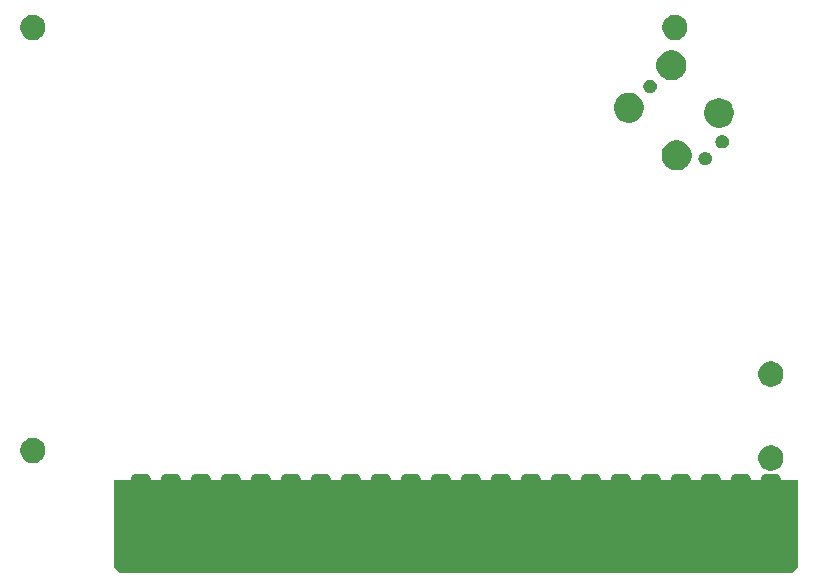
<source format=gbs>
G04 #@! TF.GenerationSoftware,KiCad,Pcbnew,(5.1.5-0-10_14)*
G04 #@! TF.CreationDate,2020-07-05T22:44:07-04:00*
G04 #@! TF.ProjectId,RAM2GS,52414d32-4753-42e6-9b69-6361645f7063,rev?*
G04 #@! TF.SameCoordinates,Original*
G04 #@! TF.FileFunction,Soldermask,Bot*
G04 #@! TF.FilePolarity,Negative*
%FSLAX46Y46*%
G04 Gerber Fmt 4.6, Leading zero omitted, Abs format (unit mm)*
G04 Created by KiCad (PCBNEW (5.1.5-0-10_14)) date 2020-07-05 22:44:07*
%MOMM*%
%LPD*%
G04 APERTURE LIST*
%ADD10C,0.100000*%
G04 APERTURE END LIST*
D10*
G36*
X113284000Y-139446000D02*
G01*
X112776000Y-139954000D01*
X55880000Y-139954000D01*
X55372000Y-139446000D01*
X55372000Y-132080000D01*
X113284000Y-132080000D01*
X113284000Y-139446000D01*
G37*
G36*
X111518220Y-131544798D02*
G01*
X111591993Y-131567176D01*
X111659982Y-131603518D01*
X111719575Y-131652425D01*
X111768482Y-131712018D01*
X111804824Y-131780007D01*
X111827202Y-131853780D01*
X111835000Y-131932954D01*
X111835000Y-138631046D01*
X111827202Y-138710220D01*
X111804824Y-138783993D01*
X111768482Y-138851982D01*
X111719575Y-138911575D01*
X111659982Y-138960482D01*
X111591993Y-138996824D01*
X111518220Y-139019202D01*
X111439046Y-139027000D01*
X110556954Y-139027000D01*
X110477780Y-139019202D01*
X110404007Y-138996824D01*
X110336018Y-138960482D01*
X110276425Y-138911575D01*
X110227518Y-138851982D01*
X110191176Y-138783993D01*
X110168798Y-138710220D01*
X110161000Y-138631046D01*
X110161000Y-131932954D01*
X110168798Y-131853780D01*
X110191176Y-131780007D01*
X110227518Y-131712018D01*
X110276425Y-131652425D01*
X110336018Y-131603518D01*
X110404007Y-131567176D01*
X110477780Y-131544798D01*
X110556954Y-131537000D01*
X111439046Y-131537000D01*
X111518220Y-131544798D01*
G37*
G36*
X108978220Y-131544798D02*
G01*
X109051993Y-131567176D01*
X109119982Y-131603518D01*
X109179575Y-131652425D01*
X109228482Y-131712018D01*
X109264824Y-131780007D01*
X109287202Y-131853780D01*
X109295000Y-131932954D01*
X109295000Y-138631046D01*
X109287202Y-138710220D01*
X109264824Y-138783993D01*
X109228482Y-138851982D01*
X109179575Y-138911575D01*
X109119982Y-138960482D01*
X109051993Y-138996824D01*
X108978220Y-139019202D01*
X108899046Y-139027000D01*
X108016954Y-139027000D01*
X107937780Y-139019202D01*
X107864007Y-138996824D01*
X107796018Y-138960482D01*
X107736425Y-138911575D01*
X107687518Y-138851982D01*
X107651176Y-138783993D01*
X107628798Y-138710220D01*
X107621000Y-138631046D01*
X107621000Y-131932954D01*
X107628798Y-131853780D01*
X107651176Y-131780007D01*
X107687518Y-131712018D01*
X107736425Y-131652425D01*
X107796018Y-131603518D01*
X107864007Y-131567176D01*
X107937780Y-131544798D01*
X108016954Y-131537000D01*
X108899046Y-131537000D01*
X108978220Y-131544798D01*
G37*
G36*
X106438220Y-131544798D02*
G01*
X106511993Y-131567176D01*
X106579982Y-131603518D01*
X106639575Y-131652425D01*
X106688482Y-131712018D01*
X106724824Y-131780007D01*
X106747202Y-131853780D01*
X106755000Y-131932954D01*
X106755000Y-138631046D01*
X106747202Y-138710220D01*
X106724824Y-138783993D01*
X106688482Y-138851982D01*
X106639575Y-138911575D01*
X106579982Y-138960482D01*
X106511993Y-138996824D01*
X106438220Y-139019202D01*
X106359046Y-139027000D01*
X105476954Y-139027000D01*
X105397780Y-139019202D01*
X105324007Y-138996824D01*
X105256018Y-138960482D01*
X105196425Y-138911575D01*
X105147518Y-138851982D01*
X105111176Y-138783993D01*
X105088798Y-138710220D01*
X105081000Y-138631046D01*
X105081000Y-131932954D01*
X105088798Y-131853780D01*
X105111176Y-131780007D01*
X105147518Y-131712018D01*
X105196425Y-131652425D01*
X105256018Y-131603518D01*
X105324007Y-131567176D01*
X105397780Y-131544798D01*
X105476954Y-131537000D01*
X106359046Y-131537000D01*
X106438220Y-131544798D01*
G37*
G36*
X103898220Y-131544798D02*
G01*
X103971993Y-131567176D01*
X104039982Y-131603518D01*
X104099575Y-131652425D01*
X104148482Y-131712018D01*
X104184824Y-131780007D01*
X104207202Y-131853780D01*
X104215000Y-131932954D01*
X104215000Y-138631046D01*
X104207202Y-138710220D01*
X104184824Y-138783993D01*
X104148482Y-138851982D01*
X104099575Y-138911575D01*
X104039982Y-138960482D01*
X103971993Y-138996824D01*
X103898220Y-139019202D01*
X103819046Y-139027000D01*
X102936954Y-139027000D01*
X102857780Y-139019202D01*
X102784007Y-138996824D01*
X102716018Y-138960482D01*
X102656425Y-138911575D01*
X102607518Y-138851982D01*
X102571176Y-138783993D01*
X102548798Y-138710220D01*
X102541000Y-138631046D01*
X102541000Y-131932954D01*
X102548798Y-131853780D01*
X102571176Y-131780007D01*
X102607518Y-131712018D01*
X102656425Y-131652425D01*
X102716018Y-131603518D01*
X102784007Y-131567176D01*
X102857780Y-131544798D01*
X102936954Y-131537000D01*
X103819046Y-131537000D01*
X103898220Y-131544798D01*
G37*
G36*
X101358220Y-131544798D02*
G01*
X101431993Y-131567176D01*
X101499982Y-131603518D01*
X101559575Y-131652425D01*
X101608482Y-131712018D01*
X101644824Y-131780007D01*
X101667202Y-131853780D01*
X101675000Y-131932954D01*
X101675000Y-138631046D01*
X101667202Y-138710220D01*
X101644824Y-138783993D01*
X101608482Y-138851982D01*
X101559575Y-138911575D01*
X101499982Y-138960482D01*
X101431993Y-138996824D01*
X101358220Y-139019202D01*
X101279046Y-139027000D01*
X100396954Y-139027000D01*
X100317780Y-139019202D01*
X100244007Y-138996824D01*
X100176018Y-138960482D01*
X100116425Y-138911575D01*
X100067518Y-138851982D01*
X100031176Y-138783993D01*
X100008798Y-138710220D01*
X100001000Y-138631046D01*
X100001000Y-131932954D01*
X100008798Y-131853780D01*
X100031176Y-131780007D01*
X100067518Y-131712018D01*
X100116425Y-131652425D01*
X100176018Y-131603518D01*
X100244007Y-131567176D01*
X100317780Y-131544798D01*
X100396954Y-131537000D01*
X101279046Y-131537000D01*
X101358220Y-131544798D01*
G37*
G36*
X98818220Y-131544798D02*
G01*
X98891993Y-131567176D01*
X98959982Y-131603518D01*
X99019575Y-131652425D01*
X99068482Y-131712018D01*
X99104824Y-131780007D01*
X99127202Y-131853780D01*
X99135000Y-131932954D01*
X99135000Y-138631046D01*
X99127202Y-138710220D01*
X99104824Y-138783993D01*
X99068482Y-138851982D01*
X99019575Y-138911575D01*
X98959982Y-138960482D01*
X98891993Y-138996824D01*
X98818220Y-139019202D01*
X98739046Y-139027000D01*
X97856954Y-139027000D01*
X97777780Y-139019202D01*
X97704007Y-138996824D01*
X97636018Y-138960482D01*
X97576425Y-138911575D01*
X97527518Y-138851982D01*
X97491176Y-138783993D01*
X97468798Y-138710220D01*
X97461000Y-138631046D01*
X97461000Y-131932954D01*
X97468798Y-131853780D01*
X97491176Y-131780007D01*
X97527518Y-131712018D01*
X97576425Y-131652425D01*
X97636018Y-131603518D01*
X97704007Y-131567176D01*
X97777780Y-131544798D01*
X97856954Y-131537000D01*
X98739046Y-131537000D01*
X98818220Y-131544798D01*
G37*
G36*
X96278220Y-131544798D02*
G01*
X96351993Y-131567176D01*
X96419982Y-131603518D01*
X96479575Y-131652425D01*
X96528482Y-131712018D01*
X96564824Y-131780007D01*
X96587202Y-131853780D01*
X96595000Y-131932954D01*
X96595000Y-138631046D01*
X96587202Y-138710220D01*
X96564824Y-138783993D01*
X96528482Y-138851982D01*
X96479575Y-138911575D01*
X96419982Y-138960482D01*
X96351993Y-138996824D01*
X96278220Y-139019202D01*
X96199046Y-139027000D01*
X95316954Y-139027000D01*
X95237780Y-139019202D01*
X95164007Y-138996824D01*
X95096018Y-138960482D01*
X95036425Y-138911575D01*
X94987518Y-138851982D01*
X94951176Y-138783993D01*
X94928798Y-138710220D01*
X94921000Y-138631046D01*
X94921000Y-131932954D01*
X94928798Y-131853780D01*
X94951176Y-131780007D01*
X94987518Y-131712018D01*
X95036425Y-131652425D01*
X95096018Y-131603518D01*
X95164007Y-131567176D01*
X95237780Y-131544798D01*
X95316954Y-131537000D01*
X96199046Y-131537000D01*
X96278220Y-131544798D01*
G37*
G36*
X93738220Y-131544798D02*
G01*
X93811993Y-131567176D01*
X93879982Y-131603518D01*
X93939575Y-131652425D01*
X93988482Y-131712018D01*
X94024824Y-131780007D01*
X94047202Y-131853780D01*
X94055000Y-131932954D01*
X94055000Y-138631046D01*
X94047202Y-138710220D01*
X94024824Y-138783993D01*
X93988482Y-138851982D01*
X93939575Y-138911575D01*
X93879982Y-138960482D01*
X93811993Y-138996824D01*
X93738220Y-139019202D01*
X93659046Y-139027000D01*
X92776954Y-139027000D01*
X92697780Y-139019202D01*
X92624007Y-138996824D01*
X92556018Y-138960482D01*
X92496425Y-138911575D01*
X92447518Y-138851982D01*
X92411176Y-138783993D01*
X92388798Y-138710220D01*
X92381000Y-138631046D01*
X92381000Y-131932954D01*
X92388798Y-131853780D01*
X92411176Y-131780007D01*
X92447518Y-131712018D01*
X92496425Y-131652425D01*
X92556018Y-131603518D01*
X92624007Y-131567176D01*
X92697780Y-131544798D01*
X92776954Y-131537000D01*
X93659046Y-131537000D01*
X93738220Y-131544798D01*
G37*
G36*
X91198220Y-131544798D02*
G01*
X91271993Y-131567176D01*
X91339982Y-131603518D01*
X91399575Y-131652425D01*
X91448482Y-131712018D01*
X91484824Y-131780007D01*
X91507202Y-131853780D01*
X91515000Y-131932954D01*
X91515000Y-138631046D01*
X91507202Y-138710220D01*
X91484824Y-138783993D01*
X91448482Y-138851982D01*
X91399575Y-138911575D01*
X91339982Y-138960482D01*
X91271993Y-138996824D01*
X91198220Y-139019202D01*
X91119046Y-139027000D01*
X90236954Y-139027000D01*
X90157780Y-139019202D01*
X90084007Y-138996824D01*
X90016018Y-138960482D01*
X89956425Y-138911575D01*
X89907518Y-138851982D01*
X89871176Y-138783993D01*
X89848798Y-138710220D01*
X89841000Y-138631046D01*
X89841000Y-131932954D01*
X89848798Y-131853780D01*
X89871176Y-131780007D01*
X89907518Y-131712018D01*
X89956425Y-131652425D01*
X90016018Y-131603518D01*
X90084007Y-131567176D01*
X90157780Y-131544798D01*
X90236954Y-131537000D01*
X91119046Y-131537000D01*
X91198220Y-131544798D01*
G37*
G36*
X88658220Y-131544798D02*
G01*
X88731993Y-131567176D01*
X88799982Y-131603518D01*
X88859575Y-131652425D01*
X88908482Y-131712018D01*
X88944824Y-131780007D01*
X88967202Y-131853780D01*
X88975000Y-131932954D01*
X88975000Y-138631046D01*
X88967202Y-138710220D01*
X88944824Y-138783993D01*
X88908482Y-138851982D01*
X88859575Y-138911575D01*
X88799982Y-138960482D01*
X88731993Y-138996824D01*
X88658220Y-139019202D01*
X88579046Y-139027000D01*
X87696954Y-139027000D01*
X87617780Y-139019202D01*
X87544007Y-138996824D01*
X87476018Y-138960482D01*
X87416425Y-138911575D01*
X87367518Y-138851982D01*
X87331176Y-138783993D01*
X87308798Y-138710220D01*
X87301000Y-138631046D01*
X87301000Y-131932954D01*
X87308798Y-131853780D01*
X87331176Y-131780007D01*
X87367518Y-131712018D01*
X87416425Y-131652425D01*
X87476018Y-131603518D01*
X87544007Y-131567176D01*
X87617780Y-131544798D01*
X87696954Y-131537000D01*
X88579046Y-131537000D01*
X88658220Y-131544798D01*
G37*
G36*
X86118220Y-131544798D02*
G01*
X86191993Y-131567176D01*
X86259982Y-131603518D01*
X86319575Y-131652425D01*
X86368482Y-131712018D01*
X86404824Y-131780007D01*
X86427202Y-131853780D01*
X86435000Y-131932954D01*
X86435000Y-138631046D01*
X86427202Y-138710220D01*
X86404824Y-138783993D01*
X86368482Y-138851982D01*
X86319575Y-138911575D01*
X86259982Y-138960482D01*
X86191993Y-138996824D01*
X86118220Y-139019202D01*
X86039046Y-139027000D01*
X85156954Y-139027000D01*
X85077780Y-139019202D01*
X85004007Y-138996824D01*
X84936018Y-138960482D01*
X84876425Y-138911575D01*
X84827518Y-138851982D01*
X84791176Y-138783993D01*
X84768798Y-138710220D01*
X84761000Y-138631046D01*
X84761000Y-131932954D01*
X84768798Y-131853780D01*
X84791176Y-131780007D01*
X84827518Y-131712018D01*
X84876425Y-131652425D01*
X84936018Y-131603518D01*
X85004007Y-131567176D01*
X85077780Y-131544798D01*
X85156954Y-131537000D01*
X86039046Y-131537000D01*
X86118220Y-131544798D01*
G37*
G36*
X83578220Y-131544798D02*
G01*
X83651993Y-131567176D01*
X83719982Y-131603518D01*
X83779575Y-131652425D01*
X83828482Y-131712018D01*
X83864824Y-131780007D01*
X83887202Y-131853780D01*
X83895000Y-131932954D01*
X83895000Y-138631046D01*
X83887202Y-138710220D01*
X83864824Y-138783993D01*
X83828482Y-138851982D01*
X83779575Y-138911575D01*
X83719982Y-138960482D01*
X83651993Y-138996824D01*
X83578220Y-139019202D01*
X83499046Y-139027000D01*
X82616954Y-139027000D01*
X82537780Y-139019202D01*
X82464007Y-138996824D01*
X82396018Y-138960482D01*
X82336425Y-138911575D01*
X82287518Y-138851982D01*
X82251176Y-138783993D01*
X82228798Y-138710220D01*
X82221000Y-138631046D01*
X82221000Y-131932954D01*
X82228798Y-131853780D01*
X82251176Y-131780007D01*
X82287518Y-131712018D01*
X82336425Y-131652425D01*
X82396018Y-131603518D01*
X82464007Y-131567176D01*
X82537780Y-131544798D01*
X82616954Y-131537000D01*
X83499046Y-131537000D01*
X83578220Y-131544798D01*
G37*
G36*
X81038220Y-131544798D02*
G01*
X81111993Y-131567176D01*
X81179982Y-131603518D01*
X81239575Y-131652425D01*
X81288482Y-131712018D01*
X81324824Y-131780007D01*
X81347202Y-131853780D01*
X81355000Y-131932954D01*
X81355000Y-138631046D01*
X81347202Y-138710220D01*
X81324824Y-138783993D01*
X81288482Y-138851982D01*
X81239575Y-138911575D01*
X81179982Y-138960482D01*
X81111993Y-138996824D01*
X81038220Y-139019202D01*
X80959046Y-139027000D01*
X80076954Y-139027000D01*
X79997780Y-139019202D01*
X79924007Y-138996824D01*
X79856018Y-138960482D01*
X79796425Y-138911575D01*
X79747518Y-138851982D01*
X79711176Y-138783993D01*
X79688798Y-138710220D01*
X79681000Y-138631046D01*
X79681000Y-131932954D01*
X79688798Y-131853780D01*
X79711176Y-131780007D01*
X79747518Y-131712018D01*
X79796425Y-131652425D01*
X79856018Y-131603518D01*
X79924007Y-131567176D01*
X79997780Y-131544798D01*
X80076954Y-131537000D01*
X80959046Y-131537000D01*
X81038220Y-131544798D01*
G37*
G36*
X78498220Y-131544798D02*
G01*
X78571993Y-131567176D01*
X78639982Y-131603518D01*
X78699575Y-131652425D01*
X78748482Y-131712018D01*
X78784824Y-131780007D01*
X78807202Y-131853780D01*
X78815000Y-131932954D01*
X78815000Y-138631046D01*
X78807202Y-138710220D01*
X78784824Y-138783993D01*
X78748482Y-138851982D01*
X78699575Y-138911575D01*
X78639982Y-138960482D01*
X78571993Y-138996824D01*
X78498220Y-139019202D01*
X78419046Y-139027000D01*
X77536954Y-139027000D01*
X77457780Y-139019202D01*
X77384007Y-138996824D01*
X77316018Y-138960482D01*
X77256425Y-138911575D01*
X77207518Y-138851982D01*
X77171176Y-138783993D01*
X77148798Y-138710220D01*
X77141000Y-138631046D01*
X77141000Y-131932954D01*
X77148798Y-131853780D01*
X77171176Y-131780007D01*
X77207518Y-131712018D01*
X77256425Y-131652425D01*
X77316018Y-131603518D01*
X77384007Y-131567176D01*
X77457780Y-131544798D01*
X77536954Y-131537000D01*
X78419046Y-131537000D01*
X78498220Y-131544798D01*
G37*
G36*
X75958220Y-131544798D02*
G01*
X76031993Y-131567176D01*
X76099982Y-131603518D01*
X76159575Y-131652425D01*
X76208482Y-131712018D01*
X76244824Y-131780007D01*
X76267202Y-131853780D01*
X76275000Y-131932954D01*
X76275000Y-138631046D01*
X76267202Y-138710220D01*
X76244824Y-138783993D01*
X76208482Y-138851982D01*
X76159575Y-138911575D01*
X76099982Y-138960482D01*
X76031993Y-138996824D01*
X75958220Y-139019202D01*
X75879046Y-139027000D01*
X74996954Y-139027000D01*
X74917780Y-139019202D01*
X74844007Y-138996824D01*
X74776018Y-138960482D01*
X74716425Y-138911575D01*
X74667518Y-138851982D01*
X74631176Y-138783993D01*
X74608798Y-138710220D01*
X74601000Y-138631046D01*
X74601000Y-131932954D01*
X74608798Y-131853780D01*
X74631176Y-131780007D01*
X74667518Y-131712018D01*
X74716425Y-131652425D01*
X74776018Y-131603518D01*
X74844007Y-131567176D01*
X74917780Y-131544798D01*
X74996954Y-131537000D01*
X75879046Y-131537000D01*
X75958220Y-131544798D01*
G37*
G36*
X73418220Y-131544798D02*
G01*
X73491993Y-131567176D01*
X73559982Y-131603518D01*
X73619575Y-131652425D01*
X73668482Y-131712018D01*
X73704824Y-131780007D01*
X73727202Y-131853780D01*
X73735000Y-131932954D01*
X73735000Y-138631046D01*
X73727202Y-138710220D01*
X73704824Y-138783993D01*
X73668482Y-138851982D01*
X73619575Y-138911575D01*
X73559982Y-138960482D01*
X73491993Y-138996824D01*
X73418220Y-139019202D01*
X73339046Y-139027000D01*
X72456954Y-139027000D01*
X72377780Y-139019202D01*
X72304007Y-138996824D01*
X72236018Y-138960482D01*
X72176425Y-138911575D01*
X72127518Y-138851982D01*
X72091176Y-138783993D01*
X72068798Y-138710220D01*
X72061000Y-138631046D01*
X72061000Y-131932954D01*
X72068798Y-131853780D01*
X72091176Y-131780007D01*
X72127518Y-131712018D01*
X72176425Y-131652425D01*
X72236018Y-131603518D01*
X72304007Y-131567176D01*
X72377780Y-131544798D01*
X72456954Y-131537000D01*
X73339046Y-131537000D01*
X73418220Y-131544798D01*
G37*
G36*
X70878220Y-131544798D02*
G01*
X70951993Y-131567176D01*
X71019982Y-131603518D01*
X71079575Y-131652425D01*
X71128482Y-131712018D01*
X71164824Y-131780007D01*
X71187202Y-131853780D01*
X71195000Y-131932954D01*
X71195000Y-138631046D01*
X71187202Y-138710220D01*
X71164824Y-138783993D01*
X71128482Y-138851982D01*
X71079575Y-138911575D01*
X71019982Y-138960482D01*
X70951993Y-138996824D01*
X70878220Y-139019202D01*
X70799046Y-139027000D01*
X69916954Y-139027000D01*
X69837780Y-139019202D01*
X69764007Y-138996824D01*
X69696018Y-138960482D01*
X69636425Y-138911575D01*
X69587518Y-138851982D01*
X69551176Y-138783993D01*
X69528798Y-138710220D01*
X69521000Y-138631046D01*
X69521000Y-131932954D01*
X69528798Y-131853780D01*
X69551176Y-131780007D01*
X69587518Y-131712018D01*
X69636425Y-131652425D01*
X69696018Y-131603518D01*
X69764007Y-131567176D01*
X69837780Y-131544798D01*
X69916954Y-131537000D01*
X70799046Y-131537000D01*
X70878220Y-131544798D01*
G37*
G36*
X68338220Y-131544798D02*
G01*
X68411993Y-131567176D01*
X68479982Y-131603518D01*
X68539575Y-131652425D01*
X68588482Y-131712018D01*
X68624824Y-131780007D01*
X68647202Y-131853780D01*
X68655000Y-131932954D01*
X68655000Y-138631046D01*
X68647202Y-138710220D01*
X68624824Y-138783993D01*
X68588482Y-138851982D01*
X68539575Y-138911575D01*
X68479982Y-138960482D01*
X68411993Y-138996824D01*
X68338220Y-139019202D01*
X68259046Y-139027000D01*
X67376954Y-139027000D01*
X67297780Y-139019202D01*
X67224007Y-138996824D01*
X67156018Y-138960482D01*
X67096425Y-138911575D01*
X67047518Y-138851982D01*
X67011176Y-138783993D01*
X66988798Y-138710220D01*
X66981000Y-138631046D01*
X66981000Y-131932954D01*
X66988798Y-131853780D01*
X67011176Y-131780007D01*
X67047518Y-131712018D01*
X67096425Y-131652425D01*
X67156018Y-131603518D01*
X67224007Y-131567176D01*
X67297780Y-131544798D01*
X67376954Y-131537000D01*
X68259046Y-131537000D01*
X68338220Y-131544798D01*
G37*
G36*
X65798220Y-131544798D02*
G01*
X65871993Y-131567176D01*
X65939982Y-131603518D01*
X65999575Y-131652425D01*
X66048482Y-131712018D01*
X66084824Y-131780007D01*
X66107202Y-131853780D01*
X66115000Y-131932954D01*
X66115000Y-138631046D01*
X66107202Y-138710220D01*
X66084824Y-138783993D01*
X66048482Y-138851982D01*
X65999575Y-138911575D01*
X65939982Y-138960482D01*
X65871993Y-138996824D01*
X65798220Y-139019202D01*
X65719046Y-139027000D01*
X64836954Y-139027000D01*
X64757780Y-139019202D01*
X64684007Y-138996824D01*
X64616018Y-138960482D01*
X64556425Y-138911575D01*
X64507518Y-138851982D01*
X64471176Y-138783993D01*
X64448798Y-138710220D01*
X64441000Y-138631046D01*
X64441000Y-131932954D01*
X64448798Y-131853780D01*
X64471176Y-131780007D01*
X64507518Y-131712018D01*
X64556425Y-131652425D01*
X64616018Y-131603518D01*
X64684007Y-131567176D01*
X64757780Y-131544798D01*
X64836954Y-131537000D01*
X65719046Y-131537000D01*
X65798220Y-131544798D01*
G37*
G36*
X63258220Y-131544798D02*
G01*
X63331993Y-131567176D01*
X63399982Y-131603518D01*
X63459575Y-131652425D01*
X63508482Y-131712018D01*
X63544824Y-131780007D01*
X63567202Y-131853780D01*
X63575000Y-131932954D01*
X63575000Y-138631046D01*
X63567202Y-138710220D01*
X63544824Y-138783993D01*
X63508482Y-138851982D01*
X63459575Y-138911575D01*
X63399982Y-138960482D01*
X63331993Y-138996824D01*
X63258220Y-139019202D01*
X63179046Y-139027000D01*
X62296954Y-139027000D01*
X62217780Y-139019202D01*
X62144007Y-138996824D01*
X62076018Y-138960482D01*
X62016425Y-138911575D01*
X61967518Y-138851982D01*
X61931176Y-138783993D01*
X61908798Y-138710220D01*
X61901000Y-138631046D01*
X61901000Y-131932954D01*
X61908798Y-131853780D01*
X61931176Y-131780007D01*
X61967518Y-131712018D01*
X62016425Y-131652425D01*
X62076018Y-131603518D01*
X62144007Y-131567176D01*
X62217780Y-131544798D01*
X62296954Y-131537000D01*
X63179046Y-131537000D01*
X63258220Y-131544798D01*
G37*
G36*
X60718220Y-131544798D02*
G01*
X60791993Y-131567176D01*
X60859982Y-131603518D01*
X60919575Y-131652425D01*
X60968482Y-131712018D01*
X61004824Y-131780007D01*
X61027202Y-131853780D01*
X61035000Y-131932954D01*
X61035000Y-138631046D01*
X61027202Y-138710220D01*
X61004824Y-138783993D01*
X60968482Y-138851982D01*
X60919575Y-138911575D01*
X60859982Y-138960482D01*
X60791993Y-138996824D01*
X60718220Y-139019202D01*
X60639046Y-139027000D01*
X59756954Y-139027000D01*
X59677780Y-139019202D01*
X59604007Y-138996824D01*
X59536018Y-138960482D01*
X59476425Y-138911575D01*
X59427518Y-138851982D01*
X59391176Y-138783993D01*
X59368798Y-138710220D01*
X59361000Y-138631046D01*
X59361000Y-131932954D01*
X59368798Y-131853780D01*
X59391176Y-131780007D01*
X59427518Y-131712018D01*
X59476425Y-131652425D01*
X59536018Y-131603518D01*
X59604007Y-131567176D01*
X59677780Y-131544798D01*
X59756954Y-131537000D01*
X60639046Y-131537000D01*
X60718220Y-131544798D01*
G37*
G36*
X58178220Y-131544798D02*
G01*
X58251993Y-131567176D01*
X58319982Y-131603518D01*
X58379575Y-131652425D01*
X58428482Y-131712018D01*
X58464824Y-131780007D01*
X58487202Y-131853780D01*
X58495000Y-131932954D01*
X58495000Y-138631046D01*
X58487202Y-138710220D01*
X58464824Y-138783993D01*
X58428482Y-138851982D01*
X58379575Y-138911575D01*
X58319982Y-138960482D01*
X58251993Y-138996824D01*
X58178220Y-139019202D01*
X58099046Y-139027000D01*
X57216954Y-139027000D01*
X57137780Y-139019202D01*
X57064007Y-138996824D01*
X56996018Y-138960482D01*
X56936425Y-138911575D01*
X56887518Y-138851982D01*
X56851176Y-138783993D01*
X56828798Y-138710220D01*
X56821000Y-138631046D01*
X56821000Y-131932954D01*
X56828798Y-131853780D01*
X56851176Y-131780007D01*
X56887518Y-131712018D01*
X56936425Y-131652425D01*
X56996018Y-131603518D01*
X57064007Y-131567176D01*
X57137780Y-131544798D01*
X57216954Y-131537000D01*
X58099046Y-131537000D01*
X58178220Y-131544798D01*
G37*
G36*
X111311564Y-129141311D02*
G01*
X111507202Y-129222347D01*
X111565626Y-129261385D01*
X111683272Y-129339993D01*
X111833007Y-129489728D01*
X111911615Y-129607374D01*
X111950653Y-129665798D01*
X112031689Y-129861436D01*
X112073000Y-130069120D01*
X112073000Y-130280880D01*
X112031689Y-130488564D01*
X111950653Y-130684202D01*
X111950652Y-130684203D01*
X111833007Y-130860272D01*
X111683272Y-131010007D01*
X111565626Y-131088615D01*
X111507202Y-131127653D01*
X111311564Y-131208689D01*
X111103880Y-131250000D01*
X110892120Y-131250000D01*
X110684436Y-131208689D01*
X110488798Y-131127653D01*
X110430374Y-131088615D01*
X110312728Y-131010007D01*
X110162993Y-130860272D01*
X110045348Y-130684203D01*
X110045347Y-130684202D01*
X109964311Y-130488564D01*
X109923000Y-130280880D01*
X109923000Y-130069120D01*
X109964311Y-129861436D01*
X110045347Y-129665798D01*
X110084385Y-129607374D01*
X110162993Y-129489728D01*
X110312728Y-129339993D01*
X110430374Y-129261385D01*
X110488798Y-129222347D01*
X110684436Y-129141311D01*
X110892120Y-129100000D01*
X111103880Y-129100000D01*
X111311564Y-129141311D01*
G37*
G36*
X48827564Y-128506311D02*
G01*
X49023202Y-128587347D01*
X49023203Y-128587348D01*
X49199272Y-128704993D01*
X49349007Y-128854728D01*
X49427615Y-128972374D01*
X49466653Y-129030798D01*
X49547689Y-129226436D01*
X49589000Y-129434120D01*
X49589000Y-129645880D01*
X49547689Y-129853564D01*
X49466653Y-130049202D01*
X49466652Y-130049203D01*
X49349007Y-130225272D01*
X49199272Y-130375007D01*
X49081626Y-130453615D01*
X49023202Y-130492653D01*
X48827564Y-130573689D01*
X48619880Y-130615000D01*
X48408120Y-130615000D01*
X48200436Y-130573689D01*
X48004798Y-130492653D01*
X47946374Y-130453615D01*
X47828728Y-130375007D01*
X47678993Y-130225272D01*
X47561348Y-130049203D01*
X47561347Y-130049202D01*
X47480311Y-129853564D01*
X47439000Y-129645880D01*
X47439000Y-129434120D01*
X47480311Y-129226436D01*
X47561347Y-129030798D01*
X47600385Y-128972374D01*
X47678993Y-128854728D01*
X47828728Y-128704993D01*
X48004797Y-128587348D01*
X48004798Y-128587347D01*
X48200436Y-128506311D01*
X48408120Y-128465000D01*
X48619880Y-128465000D01*
X48827564Y-128506311D01*
G37*
G36*
X111311564Y-122029311D02*
G01*
X111507202Y-122110347D01*
X111507203Y-122110348D01*
X111683272Y-122227993D01*
X111833007Y-122377728D01*
X111911615Y-122495374D01*
X111950653Y-122553798D01*
X112031689Y-122749436D01*
X112073000Y-122957120D01*
X112073000Y-123168880D01*
X112031689Y-123376564D01*
X111950653Y-123572202D01*
X111950652Y-123572203D01*
X111833007Y-123748272D01*
X111683272Y-123898007D01*
X111565626Y-123976615D01*
X111507202Y-124015653D01*
X111311564Y-124096689D01*
X111103880Y-124138000D01*
X110892120Y-124138000D01*
X110684436Y-124096689D01*
X110488798Y-124015653D01*
X110430374Y-123976615D01*
X110312728Y-123898007D01*
X110162993Y-123748272D01*
X110045348Y-123572203D01*
X110045347Y-123572202D01*
X109964311Y-123376564D01*
X109923000Y-123168880D01*
X109923000Y-122957120D01*
X109964311Y-122749436D01*
X110045347Y-122553798D01*
X110084385Y-122495374D01*
X110162993Y-122377728D01*
X110312728Y-122227993D01*
X110488797Y-122110348D01*
X110488798Y-122110347D01*
X110684436Y-122029311D01*
X110892120Y-121988000D01*
X111103880Y-121988000D01*
X111311564Y-122029311D01*
G37*
G36*
X103393228Y-103344155D02*
G01*
X103622980Y-103439321D01*
X103622981Y-103439322D01*
X103829752Y-103577481D01*
X104005596Y-103753325D01*
X104059258Y-103833637D01*
X104143756Y-103960097D01*
X104238922Y-104189849D01*
X104287437Y-104433748D01*
X104287437Y-104682432D01*
X104238922Y-104926331D01*
X104143756Y-105156083D01*
X104143755Y-105156084D01*
X104005596Y-105362855D01*
X103829752Y-105538699D01*
X103664110Y-105649377D01*
X103622980Y-105676859D01*
X103393228Y-105772025D01*
X103149329Y-105820540D01*
X102900645Y-105820540D01*
X102656746Y-105772025D01*
X102426994Y-105676859D01*
X102385864Y-105649377D01*
X102220222Y-105538699D01*
X102044378Y-105362855D01*
X101906219Y-105156084D01*
X101906218Y-105156083D01*
X101811052Y-104926331D01*
X101762537Y-104682432D01*
X101762537Y-104433748D01*
X101811052Y-104189849D01*
X101906218Y-103960097D01*
X101990716Y-103833637D01*
X102044378Y-103753325D01*
X102220222Y-103577481D01*
X102426993Y-103439322D01*
X102426994Y-103439321D01*
X102656746Y-103344155D01*
X102900645Y-103295640D01*
X103149329Y-103295640D01*
X103393228Y-103344155D01*
G37*
G36*
X105616004Y-104279113D02*
G01*
X105719797Y-104322105D01*
X105789533Y-104368701D01*
X105813201Y-104384516D01*
X105892637Y-104463952D01*
X105892640Y-104463957D01*
X105955048Y-104557356D01*
X105998040Y-104661149D01*
X106019956Y-104771326D01*
X106019956Y-104883668D01*
X105998040Y-104993845D01*
X105955048Y-105097638D01*
X105915996Y-105156083D01*
X105892637Y-105191042D01*
X105813201Y-105270478D01*
X105789533Y-105286293D01*
X105719797Y-105332889D01*
X105616004Y-105375881D01*
X105505827Y-105397797D01*
X105393485Y-105397797D01*
X105283308Y-105375881D01*
X105179515Y-105332889D01*
X105109779Y-105286293D01*
X105086111Y-105270478D01*
X105006675Y-105191042D01*
X104983316Y-105156083D01*
X104944264Y-105097638D01*
X104901272Y-104993845D01*
X104879356Y-104883668D01*
X104879356Y-104771326D01*
X104901272Y-104661149D01*
X104944264Y-104557356D01*
X105006672Y-104463957D01*
X105006675Y-104463952D01*
X105086111Y-104384516D01*
X105109779Y-104368701D01*
X105179515Y-104322105D01*
X105283308Y-104279113D01*
X105393485Y-104257197D01*
X105505827Y-104257197D01*
X105616004Y-104279113D01*
G37*
G36*
X107052845Y-102842272D02*
G01*
X107156638Y-102885264D01*
X107226374Y-102931860D01*
X107250042Y-102947675D01*
X107329478Y-103027111D01*
X107329481Y-103027116D01*
X107391889Y-103120515D01*
X107434881Y-103224308D01*
X107456797Y-103334485D01*
X107456797Y-103446827D01*
X107434881Y-103557004D01*
X107391889Y-103660797D01*
X107345293Y-103730533D01*
X107329478Y-103754201D01*
X107250042Y-103833637D01*
X107226374Y-103849452D01*
X107156638Y-103896048D01*
X107052845Y-103939040D01*
X106942668Y-103960956D01*
X106830326Y-103960956D01*
X106720149Y-103939040D01*
X106616356Y-103896048D01*
X106546620Y-103849452D01*
X106522952Y-103833637D01*
X106443516Y-103754201D01*
X106427701Y-103730533D01*
X106381105Y-103660797D01*
X106338113Y-103557004D01*
X106316197Y-103446827D01*
X106316197Y-103334485D01*
X106338113Y-103224308D01*
X106381105Y-103120515D01*
X106443513Y-103027116D01*
X106443516Y-103027111D01*
X106522952Y-102947675D01*
X106546620Y-102931860D01*
X106616356Y-102885264D01*
X106720149Y-102842272D01*
X106830326Y-102820356D01*
X106942668Y-102820356D01*
X107052845Y-102842272D01*
G37*
G36*
X106985331Y-99752052D02*
G01*
X107215083Y-99847218D01*
X107215084Y-99847219D01*
X107421855Y-99985378D01*
X107597699Y-100161222D01*
X107708377Y-100326864D01*
X107735859Y-100367994D01*
X107831025Y-100597746D01*
X107879540Y-100841645D01*
X107879540Y-101090329D01*
X107831025Y-101334228D01*
X107735859Y-101563980D01*
X107735858Y-101563981D01*
X107597699Y-101770752D01*
X107421855Y-101946596D01*
X107256213Y-102057274D01*
X107215083Y-102084756D01*
X106985331Y-102179922D01*
X106741432Y-102228437D01*
X106492748Y-102228437D01*
X106248849Y-102179922D01*
X106019097Y-102084756D01*
X105977967Y-102057274D01*
X105812325Y-101946596D01*
X105636481Y-101770752D01*
X105498322Y-101563981D01*
X105498321Y-101563980D01*
X105403155Y-101334228D01*
X105354640Y-101090329D01*
X105354640Y-100841645D01*
X105403155Y-100597746D01*
X105498321Y-100367994D01*
X105525803Y-100326864D01*
X105636481Y-100161222D01*
X105812325Y-99985378D01*
X106019096Y-99847219D01*
X106019097Y-99847218D01*
X106248849Y-99752052D01*
X106492748Y-99703537D01*
X106741432Y-99703537D01*
X106985331Y-99752052D01*
G37*
G36*
X99352113Y-99303039D02*
G01*
X99581865Y-99398205D01*
X99581866Y-99398206D01*
X99788637Y-99536365D01*
X99964481Y-99712209D01*
X100054690Y-99847218D01*
X100102641Y-99918981D01*
X100197807Y-100148733D01*
X100246322Y-100392632D01*
X100246322Y-100641316D01*
X100197807Y-100885215D01*
X100102641Y-101114967D01*
X100102640Y-101114968D01*
X99964481Y-101321739D01*
X99788637Y-101497583D01*
X99622995Y-101608261D01*
X99581865Y-101635743D01*
X99352113Y-101730909D01*
X99108214Y-101779424D01*
X98859530Y-101779424D01*
X98615631Y-101730909D01*
X98385879Y-101635743D01*
X98344749Y-101608261D01*
X98179107Y-101497583D01*
X98003263Y-101321739D01*
X97865104Y-101114968D01*
X97865103Y-101114967D01*
X97769937Y-100885215D01*
X97721422Y-100641316D01*
X97721422Y-100392632D01*
X97769937Y-100148733D01*
X97865103Y-99918981D01*
X97913054Y-99847218D01*
X98003263Y-99712209D01*
X98179107Y-99536365D01*
X98385878Y-99398206D01*
X98385879Y-99398205D01*
X98615631Y-99303039D01*
X98859530Y-99254524D01*
X99108214Y-99254524D01*
X99352113Y-99303039D01*
G37*
G36*
X100946271Y-98172539D02*
G01*
X101050064Y-98215531D01*
X101119800Y-98262127D01*
X101143468Y-98277942D01*
X101222904Y-98357378D01*
X101222907Y-98357383D01*
X101285315Y-98450782D01*
X101328307Y-98554575D01*
X101350223Y-98664752D01*
X101350223Y-98777094D01*
X101328307Y-98887271D01*
X101285315Y-98991064D01*
X101238719Y-99060800D01*
X101222904Y-99084468D01*
X101143468Y-99163904D01*
X101119800Y-99179719D01*
X101050064Y-99226315D01*
X100946271Y-99269307D01*
X100836094Y-99291223D01*
X100723752Y-99291223D01*
X100613575Y-99269307D01*
X100509782Y-99226315D01*
X100440046Y-99179719D01*
X100416378Y-99163904D01*
X100336942Y-99084468D01*
X100321127Y-99060800D01*
X100274531Y-98991064D01*
X100231539Y-98887271D01*
X100209623Y-98777094D01*
X100209623Y-98664752D01*
X100231539Y-98554575D01*
X100274531Y-98450782D01*
X100336939Y-98357383D01*
X100336942Y-98357378D01*
X100416378Y-98277942D01*
X100440046Y-98262127D01*
X100509782Y-98215531D01*
X100613575Y-98172539D01*
X100723752Y-98150623D01*
X100836094Y-98150623D01*
X100946271Y-98172539D01*
G37*
G36*
X102944215Y-95710937D02*
G01*
X103173967Y-95806103D01*
X103173968Y-95806104D01*
X103380739Y-95944263D01*
X103556583Y-96120107D01*
X103667261Y-96285749D01*
X103694743Y-96326879D01*
X103789909Y-96556631D01*
X103838424Y-96800530D01*
X103838424Y-97049214D01*
X103789909Y-97293113D01*
X103694743Y-97522865D01*
X103694742Y-97522866D01*
X103556583Y-97729637D01*
X103380739Y-97905481D01*
X103215097Y-98016159D01*
X103173967Y-98043641D01*
X102944215Y-98138807D01*
X102700316Y-98187322D01*
X102451632Y-98187322D01*
X102207733Y-98138807D01*
X101977981Y-98043641D01*
X101936851Y-98016159D01*
X101771209Y-97905481D01*
X101595365Y-97729637D01*
X101457206Y-97522866D01*
X101457205Y-97522865D01*
X101362039Y-97293113D01*
X101313524Y-97049214D01*
X101313524Y-96800530D01*
X101362039Y-96556631D01*
X101457205Y-96326879D01*
X101484687Y-96285749D01*
X101595365Y-96120107D01*
X101771209Y-95944263D01*
X101977980Y-95806104D01*
X101977981Y-95806103D01*
X102207733Y-95710937D01*
X102451632Y-95662422D01*
X102700316Y-95662422D01*
X102944215Y-95710937D01*
G37*
G36*
X48827564Y-92692311D02*
G01*
X49023202Y-92773347D01*
X49023203Y-92773348D01*
X49199272Y-92890993D01*
X49349007Y-93040728D01*
X49427615Y-93158374D01*
X49466653Y-93216798D01*
X49547689Y-93412436D01*
X49589000Y-93620120D01*
X49589000Y-93831880D01*
X49547689Y-94039564D01*
X49466653Y-94235202D01*
X49466652Y-94235203D01*
X49349007Y-94411272D01*
X49199272Y-94561007D01*
X49081626Y-94639615D01*
X49023202Y-94678653D01*
X48827564Y-94759689D01*
X48619880Y-94801000D01*
X48408120Y-94801000D01*
X48200436Y-94759689D01*
X48004798Y-94678653D01*
X47946374Y-94639615D01*
X47828728Y-94561007D01*
X47678993Y-94411272D01*
X47561348Y-94235203D01*
X47561347Y-94235202D01*
X47480311Y-94039564D01*
X47439000Y-93831880D01*
X47439000Y-93620120D01*
X47480311Y-93412436D01*
X47561347Y-93216798D01*
X47600385Y-93158374D01*
X47678993Y-93040728D01*
X47828728Y-92890993D01*
X48004797Y-92773348D01*
X48004798Y-92773347D01*
X48200436Y-92692311D01*
X48408120Y-92651000D01*
X48619880Y-92651000D01*
X48827564Y-92692311D01*
G37*
G36*
X103183564Y-92692311D02*
G01*
X103379202Y-92773347D01*
X103379203Y-92773348D01*
X103555272Y-92890993D01*
X103705007Y-93040728D01*
X103783615Y-93158374D01*
X103822653Y-93216798D01*
X103903689Y-93412436D01*
X103945000Y-93620120D01*
X103945000Y-93831880D01*
X103903689Y-94039564D01*
X103822653Y-94235202D01*
X103822652Y-94235203D01*
X103705007Y-94411272D01*
X103555272Y-94561007D01*
X103437626Y-94639615D01*
X103379202Y-94678653D01*
X103183564Y-94759689D01*
X102975880Y-94801000D01*
X102764120Y-94801000D01*
X102556436Y-94759689D01*
X102360798Y-94678653D01*
X102302374Y-94639615D01*
X102184728Y-94561007D01*
X102034993Y-94411272D01*
X101917348Y-94235203D01*
X101917347Y-94235202D01*
X101836311Y-94039564D01*
X101795000Y-93831880D01*
X101795000Y-93620120D01*
X101836311Y-93412436D01*
X101917347Y-93216798D01*
X101956385Y-93158374D01*
X102034993Y-93040728D01*
X102184728Y-92890993D01*
X102360797Y-92773348D01*
X102360798Y-92773347D01*
X102556436Y-92692311D01*
X102764120Y-92651000D01*
X102975880Y-92651000D01*
X103183564Y-92692311D01*
G37*
M02*

</source>
